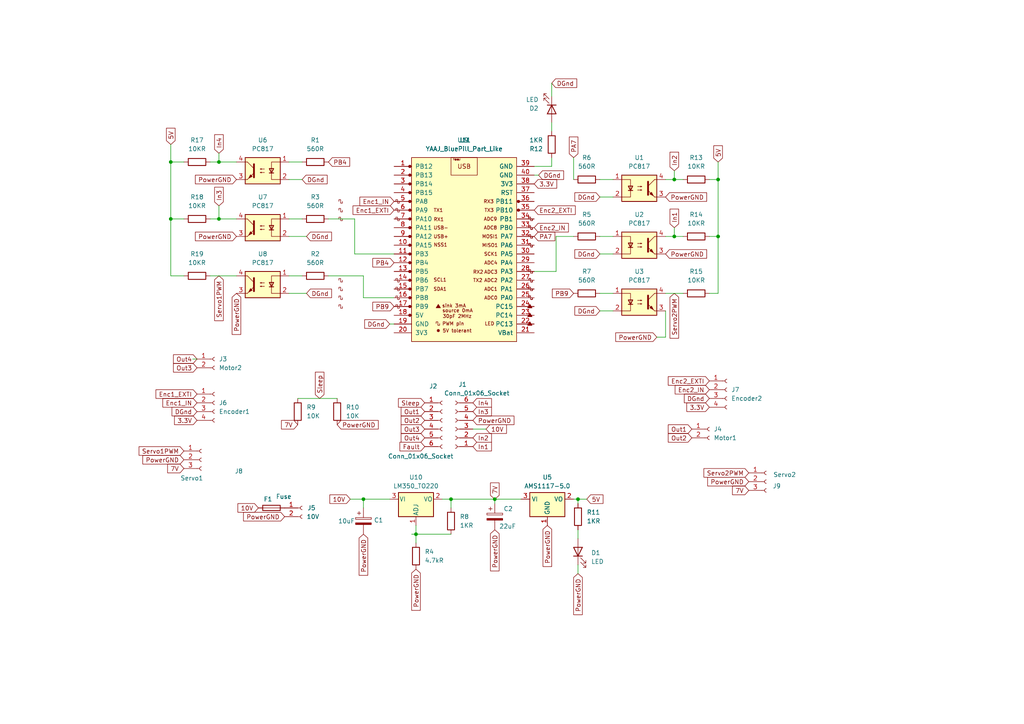
<source format=kicad_sch>
(kicad_sch (version 20250114) (generator "eeschema") (generator_version "9.0")
  (paper "A4")
  (lib_symbols
    (symbol "Conn_01x06_Socket_1" (pin_names (offset 1.016) (hide yes))
      (property "Reference" "J2" (at -8.636 -7.62 0))
      (property "Value" "Conn_01x06_Socket" (at -15.748 -10.414 0))
      (symbol "Conn_01x06_Socket_1_1_1"
        (pin passive line (at -5.08 5.08 0) (length 3.81) (name "Sleep") (number "1"))
        (pin passive line (at -5.08 2.54 0) (length 3.81) (name "Out1") (number "2"))
        (pin passive line (at -5.08 0 0) (length 3.81) (name "Out2") (number "3"))
        (pin passive line (at -5.08 -2.54 0) (length 3.81) (name "Out3") (number "4"))
        (pin passive line (at -5.08 -5.08 0) (length 3.81) (name "Out4") (number "5"))
        (pin passive line (at -5.08 -7.62 0) (length 3.81) (name "Fault") (number "6"))
      )
    )
    (symbol "Connector:Conn_01x02_Socket" (pin_names (offset 1.016) (hide yes))
      (property "Reference" "J" (at 0 2.54 0))
      (property "Value" "Conn_01x02_Socket" (at 0 -5.08 0))
      (symbol "Conn_01x02_Socket_1_1"
        (pin passive line (at -5.08 0 0) (length 3.81) (name "Pin_1") (number "1"))
        (pin passive line (at -5.08 -2.54 0) (length 3.81) (name "Pin_2") (number "2"))
      )
    )
    (symbol "Connector:Conn_01x03_Socket" (pin_names (offset 1.016) (hide yes))
      (property "Reference" "J" (at 0 5.08 0))
      (property "Value" "Conn_01x03_Socket" (at 0 -5.08 0))
      (symbol "Conn_01x03_Socket_1_1"
        (pin passive line (at -5.08 2.54 0) (length 3.81) (name "Pin_1") (number "1"))
        (pin passive line (at -5.08 0 0) (length 3.81) (name "Pin_2") (number "2"))
        (pin passive line (at -5.08 -2.54 0) (length 3.81) (name "Pin_3") (number "3"))
      )
    )
    (symbol "Connector:Conn_01x04_Socket" (pin_names (offset 1.016) (hide yes))
      (property "Reference" "J" (at 0 5.08 0))
      (property "Value" "Conn_01x04_Socket" (at 0 -7.62 0))
      (symbol "Conn_01x04_Socket_1_1"
        (pin passive line (at -5.08 2.54 0) (length 3.81) (name "Pin_1") (number "1"))
        (pin passive line (at -5.08 0 0) (length 3.81) (name "Pin_2") (number "2"))
        (pin passive line (at -5.08 -2.54 0) (length 3.81) (name "Pin_3") (number "3"))
        (pin passive line (at -5.08 -5.08 0) (length 3.81) (name "Pin_4") (number "4"))
      )
    )
    (symbol "Connector:Conn_01x06_Socket" (pin_names (offset 1.016) (hide yes))
      (property "Reference" "J1" (at -8.636 -7.62 0))
      (property "Value" "Conn_01x06_Socket" (at -15.748 -10.414 0))
      (symbol "Conn_01x06_Socket_1_1"
        (pin passive line (at -5.08 5.08 0) (length 3.81) (name "In4") (number "1"))
        (pin passive line (at -5.08 2.54 0) (length 3.81) (name "In3") (number "2"))
        (pin passive line (at -5.08 0 0) (length 3.81) (name "MotorGND") (number "3"))
        (pin passive line (at -5.08 -2.54 0) (length 3.81) (name "MotorVCC") (number "4"))
        (pin passive line (at -5.08 -5.08 0) (length 3.81) (name "In2") (number "5"))
        (pin passive line (at -5.08 -7.62 0) (length 3.81) (name "In1") (number "6"))
      )
    )
    (symbol "Device:C_Polarized" (pin_numbers (hide yes)) (pin_names (offset 0.254))
      (property "Reference" "C" (at 0.635 2.54 0))
      (property "Value" "C_Polarized" (at 0.635 -2.54 0))
      (symbol "C_Polarized_1_1"
        (pin passive line (at 0 3.81 270) (length 2.794) (name "~") (number "1"))
        (pin passive line (at 0 -3.81 90) (length 2.794) (name "~") (number "2"))
      )
    )
    (symbol "Device:Fuse" (pin_numbers (hide yes)) (pin_names (offset 0))
      (property "Reference" "F" (at 2.032 0 90))
      (property "Value" "Fuse" (at -1.905 0 90))
      (symbol "Fuse_1_1"
        (pin passive line (at 0 3.81 270) (length 1.27) (name "~") (number "1"))
        (pin passive line (at 0 -3.81 90) (length 1.27) (name "~") (number "2"))
      )
    )
    (symbol "Device:LED" (pin_numbers (hide yes)) (pin_names (offset 1.016) (hide yes))
      (property "Reference" "D" (at 0 2.54 0))
      (property "Value" "LED" (at 0 -2.54 0))
      (symbol "LED_1_1"
        (pin passive line (at -3.81 0 0) (length 2.54) (name "K") (number "1"))
        (pin passive line (at 3.81 0 180) (length 2.54) (name "A") (number "2"))
      )
    )
    (symbol "Device:R" (pin_numbers (hide yes)) (pin_names (offset 0))
      (property "Reference" "R" (at 2.032 0 90))
      (property "Value" "R" (at 0 0 90))
      (symbol "R_1_1"
        (pin passive line (at 0 3.81 270) (length 1.27) (name "~") (number "1"))
        (pin passive line (at 0 -3.81 90) (length 1.27) (name "~") (number "2"))
      )
    )
    (symbol "Isolator:PC817" (pin_names (offset 1.016))
      (property "Reference" "U" (at -5.08 5.08 0))
      (property "Value" "PC817" (at 0 5.08 0))
      (symbol "PC817_1_1"
        (pin passive line (at -7.62 2.54 0) (length 2.54) (name "~") (number "1"))
        (pin passive line (at -7.62 -2.54 0) (length 2.54) (name "~") (number "2"))
        (pin passive line (at 7.62 2.54 180) (length 2.54) (name "~") (number "4"))
        (pin passive line (at 7.62 -2.54 180) (length 2.54) (name "~") (number "3"))
      )
    )
    (symbol "Regulator_Linear:AMS1117-5.0"
      (property "Reference" "U" (at -3.81 3.175 0))
      (property "Value" "AMS1117-5.0" (at 0 3.175 0))
      (symbol "AMS1117-5.0_1_1"
        (pin power_in line (at -7.62 0 0) (length 2.54) (name "VI") (number "3"))
        (pin power_in line (at 0 -7.62 90) (length 2.54) (name "GND") (number "1"))
        (pin power_out line (at 7.62 0 180) (length 2.54) (name "VO") (number "2"))
      )
    )
    (symbol "Regulator_Linear:LM350_TO220" (pin_names (offset 0.254))
      (property "Reference" "U" (at -3.81 3.175 0))
      (property "Value" "LM350_TO220" (at 0 3.175 0))
      (symbol "LM350_TO220_1_1"
        (pin power_in line (at -7.62 0 0) (length 2.54) (name "VI") (number "3"))
        (pin input line (at 0 -7.62 90) (length 2.54) (name "ADJ") (number "1"))
        (pin power_out line (at 7.62 0 180) (length 2.54) (name "VO") (number "2"))
      )
    )
    (symbol "YAAJ_BluePill_Part_Like:YAAJ_BluePill_Part_Like" (pin_names (offset 1.016))
      (property "Reference" "U9" (at 0 30.48 0))
      (property "Value" "YAAJ_BluePill_Part_Like" (at 0 27.94 0))
      (symbol "YAAJ_BluePill_Part_Like_0_0"
        (text "TX1" (at -7.493 10.16 0) (effects (font (size 0.9906 0.9906))))
        (text "RX1" (at -7.366 7.493 0) (effects (font (size 0.9906 0.9906))))
        (text "SCL1" (at -6.985 -10.033 0) (effects (font (size 0.9906 0.9906))))
        (text "SDA1" (at -6.985 -12.7 0) (effects (font (size 0.9906 0.9906))))
        (text "NSS1" (at -6.858 0.127 0) (effects (font (size 0.9906 0.9906))))
        (text "USB-" (at -6.731 5.08 0) (effects (font (size 0.9906 0.9906))))
        (text "USB+" (at -6.731 2.54 0) (effects (font (size 0.9906 0.9906))))
        (text "PWM pin" (at -3.175 -22.733 0) (effects (font (size 0.9906 0.9906))))
        (text "sink 3mA" (at -2.921 -17.526 0) (effects (font (size 0.9906 0.9906))))
        (text "Y@@J" (at -2.159 24.892 0) (effects (font (size 0.508 0.508))))
        (text "30pF 2MHz" (at -2.032 -20.574 0) (effects (font (size 0.9906 0.9906))))
        (text "5V tolerant" (at -2.032 -24.765 0) (effects (font (size 0.9906 0.9906))))
        (text "source 0mA" (at -1.905 -18.923 0) (effects (font (size 0.9906 0.9906))))
        (text "USB" (at 0 22.86 0) (effects (font (size 1.27 1.27))))
        (text "TX2" (at 3.937 -10.16 0) (effects (font (size 0.9906 0.9906))))
        (text "RX2" (at 4.064 -7.747 0) (effects (font (size 0.9906 0.9906))))
        (text "RX3" (at 7.112 12.7 0) (effects (font (size 0.9906 0.9906))))
        (text "TX3" (at 7.239 10.16 0) (effects (font (size 0.9906 0.9906))))
        (text "LED" (at 7.366 -22.733 0) (effects (font (size 0.9906 0.9906))))
        (text "MOSI1" (at 7.493 2.54 0) (effects (font (size 0.9906 0.9906))))
        (text "MISO1" (at 7.493 0 0) (effects (font (size 0.9906 0.9906))))
        (text "ADC9" (at 7.62 7.62 0) (effects (font (size 0.9906 0.9906))))
        (text "ADC8" (at 7.62 5.08 0) (effects (font (size 0.9906 0.9906))))
        (text "SCK1" (at 7.747 -2.54 0) (effects (font (size 0.9906 0.9906))))
        (text "ADC4" (at 7.747 -5.08 0) (effects (font (size 0.9906 0.9906))))
        (text "ADC3" (at 7.747 -7.747 0) (effects (font (size 0.9906 0.9906))))
        (text "ADC2" (at 7.747 -10.16 0) (effects (font (size 0.9906 0.9906))))
        (text "ADC1" (at 7.747 -12.7 0) (effects (font (size 0.9906 0.9906))))
        (text "ADC0" (at 7.747 -15.24 0) (effects (font (size 0.9906 0.9906))))
      )
      (symbol "YAAJ_BluePill_Part_Like_1_1"
        (pin bidirectional line (at -20.32 22.86 0) (length 5.08) (name "PB12") (number "1"))
        (pin bidirectional line (at -20.32 20.32 0) (length 5.08) (name "PB13") (number "2"))
        (pin bidirectional line (at -20.32 17.78 0) (length 5.08) (name "PB14") (number "3"))
        (pin bidirectional line (at -20.32 15.24 0) (length 5.08) (name "PB15") (number "4"))
        (pin bidirectional line (at -20.32 12.7 0) (length 5.08) (name "PA8") (number "5"))
        (pin bidirectional line (at -20.32 10.16 0) (length 5.08) (name "PA9") (number "6"))
        (pin bidirectional line (at -20.32 7.62 0) (length 5.08) (name "PA10") (number "7"))
        (pin bidirectional line (at -20.32 5.08 0) (length 5.08) (name "PA11") (number "8"))
        (pin bidirectional line (at -20.32 2.54 0) (length 5.08) (name "PA12") (number "9"))
        (pin bidirectional line (at -20.32 0 0) (length 5.08) (name "PA15") (number "10"))
        (pin bidirectional line (at -20.32 -2.54 0) (length 5.08) (name "PB3") (number "11"))
        (pin bidirectional line (at -20.32 -5.08 0) (length 5.08) (name "PB4") (number "12"))
        (pin bidirectional line (at -20.32 -7.62 0) (length 5.08) (name "PB5") (number "13"))
        (pin bidirectional line (at -20.32 -10.16 0) (length 5.08) (name "PB6") (number "14"))
        (pin bidirectional line (at -20.32 -12.7 0) (length 5.08) (name "PB7") (number "15"))
        (pin bidirectional line (at -20.32 -15.24 0) (length 5.08) (name "PB8") (number "16"))
        (pin bidirectional line (at -20.32 -17.78 0) (length 5.08) (name "PB9") (number "17"))
        (pin power_in line (at -20.32 -20.32 0) (length 5.08) (name "5V") (number "18"))
        (pin power_in line (at -20.32 -22.86 0) (length 5.08) (name "GND") (number "19"))
        (pin power_in line (at -20.32 -25.4 0) (length 5.08) (name "3V3") (number "20"))
      )
    )
    (symbol "YAAJ_BluePill_Part_Like_1" (pin_names (offset 1.016))
      (property "Reference" "U11" (at 0 30.48 0))
      (property "Value" "YAAJ_BluePill_Part_Like" (at 0 27.94 0))
      (symbol "YAAJ_BluePill_Part_Like_1_0_0"
        (text "TX1" (at -7.493 10.16 0) (effects (font (size 0.9906 0.9906))))
        (text "RX1" (at -7.366 7.493 0) (effects (font (size 0.9906 0.9906))))
        (text "SCL1" (at -6.985 -10.033 0) (effects (font (size 0.9906 0.9906))))
        (text "SDA1" (at -6.985 -12.7 0) (effects (font (size 0.9906 0.9906))))
        (text "NSS1" (at -6.858 0.127 0) (effects (font (size 0.9906 0.9906))))
        (text "USB-" (at -6.731 5.08 0) (effects (font (size 0.9906 0.9906))))
        (text "USB+" (at -6.731 2.54 0) (effects (font (size 0.9906 0.9906))))
        (text "PWM pin" (at -3.175 -22.733 0) (effects (font (size 0.9906 0.9906))))
        (text "sink 3mA" (at -2.921 -17.526 0) (effects (font (size 0.9906 0.9906))))
        (text "Y@@J" (at -2.159 24.892 0) (effects (font (size 0.508 0.508))))
        (text "30pF 2MHz" (at -2.032 -20.574 0) (effects (font (size 0.9906 0.9906))))
        (text "5V tolerant" (at -2.032 -24.765 0) (effects (font (size 0.9906 0.9906))))
        (text "source 0mA" (at -1.905 -18.923 0) (effects (font (size 0.9906 0.9906))))
        (text "USB" (at 0 22.86 0) (effects (font (size 1.27 1.27))))
        (text "TX2" (at 3.937 -10.16 0) (effects (font (size 0.9906 0.9906))))
        (text "RX2" (at 4.064 -7.747 0) (effects (font (size 0.9906 0.9906))))
        (text "RX3" (at 7.112 12.7 0) (effects (font (size 0.9906 0.9906))))
        (text "TX3" (at 7.239 10.16 0) (effects (font (size 0.9906 0.9906))))
        (text "LED" (at 7.366 -22.733 0) (effects (font (size 0.9906 0.9906))))
        (text "MOSI1" (at 7.493 2.54 0) (effects (font (size 0.9906 0.9906))))
        (text "MISO1" (at 7.493 0 0) (effects (font (size 0.9906 0.9906))))
        (text "ADC9" (at 7.62 7.62 0) (effects (font (size 0.9906 0.9906))))
        (text "ADC8" (at 7.62 5.08 0) (effects (font (size 0.9906 0.9906))))
        (text "SCK1" (at 7.747 -2.54 0) (effects (font (size 0.9906 0.9906))))
        (text "ADC4" (at 7.747 -5.08 0) (effects (font (size 0.9906 0.9906))))
        (text "ADC3" (at 7.747 -7.747 0) (effects (font (size 0.9906 0.9906))))
        (text "ADC2" (at 7.747 -10.16 0) (effects (font (size 0.9906 0.9906))))
        (text "ADC1" (at 7.747 -12.7 0) (effects (font (size 0.9906 0.9906))))
        (text "ADC0" (at 7.747 -15.24 0) (effects (font (size 0.9906 0.9906))))
      )
      (symbol "YAAJ_BluePill_Part_Like_1_1_1"
        (pin power_in line (at 20.32 22.86 180) (length 5.08) (name "GND") (number "39"))
        (pin power_in line (at 20.32 20.32 180) (length 5.08) (name "GND") (number "40"))
        (pin power_in line (at 20.32 17.78 180) (length 5.08) (name "3V3") (number "38"))
        (pin input line (at 20.32 15.24 180) (length 5.08) (name "RST") (number "37"))
        (pin bidirectional line (at 20.32 12.7 180) (length 5.08) (name "PB11") (number "36"))
        (pin bidirectional line (at 20.32 10.16 180) (length 5.08) (name "PB10") (number "35"))
        (pin bidirectional line (at 20.32 7.62 180) (length 5.08) (name "PB1") (number "34"))
        (pin bidirectional line (at 20.32 5.08 180) (length 5.08) (name "PB0") (number "33"))
        (pin bidirectional line (at 20.32 2.54 180) (length 5.08) (name "PA7") (number "32"))
        (pin bidirectional line (at 20.32 0 180) (length 5.08) (name "PA6") (number "31"))
        (pin bidirectional line (at 20.32 -2.54 180) (length 5.08) (name "PA5") (number "30"))
        (pin bidirectional line (at 20.32 -5.08 180) (length 5.08) (name "PA4") (number "29"))
        (pin bidirectional line (at 20.32 -7.62 180) (length 5.08) (name "PA3") (number "28"))
        (pin bidirectional line (at 20.32 -10.16 180) (length 5.08) (name "PA2") (number "27"))
        (pin bidirectional line (at 20.32 -12.7 180) (length 5.08) (name "PA1") (number "26"))
        (pin bidirectional line (at 20.32 -15.24 180) (length 5.08) (name "PA0") (number "25"))
        (pin bidirectional line (at 20.32 -17.78 180) (length 5.08) (name "PC15") (number "24"))
        (pin bidirectional line (at 20.32 -20.32 180) (length 5.08) (name "PC14") (number "23"))
        (pin bidirectional line (at 20.32 -22.86 180) (length 5.08) (name "PC13") (number "22"))
        (pin power_in line (at 20.32 -25.4 180) (length 5.08) (name "VBat") (number "21"))
      )
    )
  )
  (junction (at 208.28 68.58))
  (junction (at 195.58 68.58))
  (junction (at 63.5 63.5))
  (junction (at 208.28 52.07))
  (junction (at 49.53 63.5))
  (junction (at 130.81 144.78))
  (junction (at 195.58 52.07))
  (junction (at 143.51 144.78))
  (junction (at 120.65 154.94))
  (junction (at 167.64 144.78))
  (junction (at 105.41 144.78))
  (junction (at 49.53 46.99))
  (junction (at 63.5 46.99))
  (wire (pts (xy 193.04 85.09) (xy 198.12 85.09)))
  (wire (pts (xy 120.65 154.94) (xy 130.81 154.94)))
  (wire (pts (xy 83.82 85.09) (xy 88.9 85.09)))
  (wire (pts (xy 161.29 78.74) (xy 161.29 68.58)))
  (wire (pts (xy 101.6 144.78) (xy 105.41 144.78)))
  (wire (pts (xy 154.94 50.8) (xy 156.21 50.8)))
  (wire (pts (xy 161.29 68.58) (xy 166.37 68.58)))
  (wire (pts (xy 167.64 163.83) (xy 167.64 166.37)))
  (wire (pts (xy 128.27 144.78) (xy 130.81 144.78)))
  (wire (pts (xy 143.51 144.78) (xy 151.13 144.78)))
  (wire (pts (xy 173.99 85.09) (xy 177.8 85.09)))
  (wire (pts (xy 83.82 80.01) (xy 87.63 80.01)))
  (wire (pts (xy 49.53 63.5) (xy 49.53 46.99)))
  (wire (pts (xy 205.74 68.58) (xy 208.28 68.58)))
  (wire (pts (xy 120.65 154.94) (xy 120.65 157.48)))
  (wire (pts (xy 173.99 68.58) (xy 177.8 68.58)))
  (wire (pts (xy 193.04 52.07) (xy 195.58 52.07)))
  (wire (pts (xy 86.36 115.57) (xy 97.79 115.57)))
  (wire (pts (xy 143.51 144.78) (xy 143.51 146.05)))
  (wire (pts (xy 130.81 144.78) (xy 143.51 144.78)))
  (wire (pts (xy 160.02 48.26) (xy 160.02 45.72)))
  (wire (pts (xy 63.5 63.5) (xy 60.96 63.5)))
  (wire (pts (xy 195.58 49.53) (xy 195.58 52.07)))
  (wire (pts (xy 60.96 80.01) (xy 68.58 80.01)))
  (wire (pts (xy 105.41 144.78) (xy 105.41 147.32)))
  (wire (pts (xy 113.03 93.98) (xy 114.3 93.98)))
  (wire (pts (xy 208.28 52.07) (xy 205.74 52.07)))
  (wire (pts (xy 195.58 66.04) (xy 195.58 68.58)))
  (wire (pts (xy 195.58 52.07) (xy 198.12 52.07)))
  (wire (pts (xy 63.5 44.45) (xy 63.5 46.99)))
  (wire (pts (xy 57.15 104.14) (xy 55.88 104.14)))
  (wire (pts (xy 208.28 85.09) (xy 208.28 68.58)))
  (wire (pts (xy 208.28 46.99) (xy 208.28 52.07)))
  (wire (pts (xy 63.5 46.99) (xy 60.96 46.99)))
  (wire (pts (xy 154.94 48.26) (xy 160.02 48.26)))
  (wire (pts (xy 105.41 86.36) (xy 105.41 80.01)))
  (wire (pts (xy 102.87 63.5) (xy 95.25 63.5)))
  (wire (pts (xy 173.99 73.66) (xy 177.8 73.66)))
  (wire (pts (xy 195.58 68.58) (xy 198.12 68.58)))
  (wire (pts (xy 49.53 46.99) (xy 53.34 46.99)))
  (wire (pts (xy 49.53 41.91) (xy 49.53 46.99)))
  (wire (pts (xy 173.99 57.15) (xy 177.8 57.15)))
  (wire (pts (xy 154.94 78.74) (xy 161.29 78.74)))
  (wire (pts (xy 190.5 97.79) (xy 193.04 97.79)))
  (wire (pts (xy 83.82 46.99) (xy 87.63 46.99)))
  (wire (pts (xy 193.04 68.58) (xy 195.58 68.58)))
  (wire (pts (xy 63.5 59.69) (xy 63.5 63.5)))
  (wire (pts (xy 105.41 144.78) (xy 113.03 144.78)))
  (wire (pts (xy 114.3 73.66) (xy 102.87 73.66)))
  (wire (pts (xy 83.82 52.07) (xy 87.63 52.07)))
  (wire (pts (xy 130.81 144.78) (xy 130.81 147.32)))
  (wire (pts (xy 63.5 63.5) (xy 68.58 63.5)))
  (wire (pts (xy 53.34 80.01) (xy 49.53 80.01)))
  (wire (pts (xy 53.34 63.5) (xy 49.53 63.5)))
  (wire (pts (xy 173.99 52.07) (xy 177.8 52.07)))
  (wire (pts (xy 167.64 153.67) (xy 167.64 156.21)))
  (wire (pts (xy 105.41 80.01) (xy 95.25 80.01)))
  (wire (pts (xy 166.37 45.72) (xy 166.37 52.07)))
  (wire (pts (xy 49.53 80.01) (xy 49.53 63.5)))
  (wire (pts (xy 205.74 85.09) (xy 208.28 85.09)))
  (wire (pts (xy 119.38 154.94) (xy 120.65 154.94)))
  (wire (pts (xy 173.99 90.17) (xy 177.8 90.17)))
  (wire (pts (xy 193.04 90.17) (xy 193.04 97.79)))
  (wire (pts (xy 83.82 63.5) (xy 87.63 63.5)))
  (wire (pts (xy 137.16 124.46) (xy 140.97 124.46)))
  (wire (pts (xy 160.02 38.1) (xy 160.02 35.56)))
  (wire (pts (xy 166.37 144.78) (xy 167.64 144.78)))
  (wire (pts (xy 102.87 73.66) (xy 102.87 63.5)))
  (wire (pts (xy 167.64 144.78) (xy 167.64 146.05)))
  (wire (pts (xy 83.82 68.58) (xy 88.9 68.58)))
  (wire (pts (xy 167.64 144.78) (xy 170.18 144.78)))
  (wire (pts (xy 114.3 86.36) (xy 105.41 86.36)))
  (wire (pts (xy 160.02 24.13) (xy 160.02 27.94)))
  (wire (pts (xy 63.5 46.99) (xy 68.58 46.99)))
  (wire (pts (xy 120.65 152.4) (xy 120.65 154.94)))
  (wire (pts (xy 208.28 68.58) (xy 208.28 52.07)))
  (global_label "10V" (shape input) (at 140.97 124.46 0) (property "Intersheetrefs" "${INTERSHEET_REFS}" (effects (hide yes))))
  (global_label "Servo2PWM" (shape input) (at 195.58 85.09 270) (property "Intersheetrefs" "${INTERSHEET_REFS}" (effects (hide yes))))
  (global_label "PowerGND" (shape input) (at 68.58 85.09 270) (property "Intersheetrefs" "${INTERSHEET_REFS}" (effects (hide yes))))
  (global_label "5V" (shape input) (at 208.28 46.99 90) (property "Intersheetrefs" "${INTERSHEET_REFS}" (effects (hide yes))))
  (global_label "PB9" (shape input) (at 166.37 85.09 180) (property "Intersheetrefs" "${INTERSHEET_REFS}" (effects (hide yes))))
  (global_label "PowerGND" (shape input) (at 97.79 123.19 0) (property "Intersheetrefs" "${INTERSHEET_REFS}" (effects (hide yes))))
  (global_label "PA7" (shape input) (at 166.37 45.72 90) (property "Intersheetrefs" "${INTERSHEET_REFS}" (effects (hide yes))))
  (global_label "PB9" (shape input) (at 114.3 88.9 180) (property "Intersheetrefs" "${INTERSHEET_REFS}" (effects (hide yes))))
  (global_label "In4" (shape input) (at 63.5 44.45 90) (property "Intersheetrefs" "${INTERSHEET_REFS}" (effects (hide yes))))
  (global_label "DGnd" (shape input) (at 205.74 115.57 180) (property "Intersheetrefs" "${INTERSHEET_REFS}" (effects (hide yes))))
  (global_label "Fault" (shape input) (at 123.19 129.54 180) (property "Intersheetrefs" "${INTERSHEET_REFS}" (effects (hide yes))))
  (global_label "DGnd" (shape input) (at 57.15 119.38 180) (property "Intersheetrefs" "${INTERSHEET_REFS}" (effects (hide yes))))
  (global_label "DGnd" (shape input) (at 173.99 73.66 180) (property "Intersheetrefs" "${INTERSHEET_REFS}" (effects (hide yes))))
  (global_label "In3" (shape input) (at 137.16 119.38 0) (property "Intersheetrefs" "${INTERSHEET_REFS}" (effects (hide yes))))
  (global_label "DGnd" (shape input) (at 88.9 85.09 0) (property "Intersheetrefs" "${INTERSHEET_REFS}" (effects (hide yes))))
  (global_label "7V" (shape input) (at 86.36 123.19 180) (property "Intersheetrefs" "${INTERSHEET_REFS}" (effects (hide yes))))
  (global_label "PowerGND" (shape input) (at 53.34 133.35 180) (property "Intersheetrefs" "${INTERSHEET_REFS}" (effects (hide yes))))
  (global_label "PowerGND" (shape input) (at 143.51 153.67 270) (property "Intersheetrefs" "${INTERSHEET_REFS}" (effects (hide yes))))
  (global_label "3.3V" (shape input) (at 154.94 53.34 0) (property "Intersheetrefs" "${INTERSHEET_REFS}" (effects (hide yes))))
  (global_label "PowerGND" (shape input) (at 120.65 165.1 270) (property "Intersheetrefs" "${INTERSHEET_REFS}" (effects (hide yes))))
  (global_label "Out2" (shape input) (at 200.66 127 180) (property "Intersheetrefs" "${INTERSHEET_REFS}" (effects (hide yes))))
  (global_label "PB4" (shape input) (at 95.25 46.99 0) (property "Intersheetrefs" "${INTERSHEET_REFS}" (effects (hide yes))))
  (global_label "PowerGND" (shape input) (at 137.16 121.92 0) (property "Intersheetrefs" "${INTERSHEET_REFS}" (effects (hide yes))))
  (global_label "In2" (shape input) (at 195.58 49.53 90) (property "Intersheetrefs" "${INTERSHEET_REFS}" (effects (hide yes))))
  (global_label "Servo1PWM" (shape input) (at 53.34 130.81 180) (property "Intersheetrefs" "${INTERSHEET_REFS}" (effects (hide yes))))
  (global_label "In1" (shape input) (at 195.58 66.04 90) (property "Intersheetrefs" "${INTERSHEET_REFS}" (effects (hide yes))))
  (global_label "Enc2_IN" (shape input) (at 205.74 113.03 180) (property "Intersheetrefs" "${INTERSHEET_REFS}" (effects (hide yes))))
  (global_label "7V" (shape input) (at 53.34 135.89 180) (property "Intersheetrefs" "${INTERSHEET_REFS}" (effects (hide yes))))
  (global_label "3.3V" (shape input) (at 57.15 121.92 180) (property "Intersheetrefs" "${INTERSHEET_REFS}" (effects (hide yes))))
  (global_label "Enc1_EXTI" (shape input) (at 114.3 60.96 180) (property "Intersheetrefs" "${INTERSHEET_REFS}" (effects (hide yes))))
  (global_label "PowerGND" (shape input) (at 82.55 149.86 180) (property "Intersheetrefs" "${INTERSHEET_REFS}" (effects (hide yes))))
  (global_label "Servo2PWM" (shape input) (at 217.17 137.16 180) (property "Intersheetrefs" "${INTERSHEET_REFS}" (effects (hide yes))))
  (global_label "Out4" (shape input) (at 123.19 127 180) (property "Intersheetrefs" "${INTERSHEET_REFS}" (effects (hide yes))))
  (global_label "Enc1_EXTI" (shape input) (at 57.15 114.3 180) (property "Intersheetrefs" "${INTERSHEET_REFS}" (effects (hide yes))))
  (global_label "PowerGND" (shape input) (at 193.04 73.66 0) (property "Intersheetrefs" "${INTERSHEET_REFS}" (effects (hide yes))))
  (global_label "Servo1PWM" (shape input) (at 63.5 80.01 270) (property "Intersheetrefs" "${INTERSHEET_REFS}" (effects (hide yes))))
  (global_label "Sleep" (shape input) (at 123.19 116.84 180) (property "Intersheetrefs" "${INTERSHEET_REFS}" (effects (hide yes))))
  (global_label "Enc1_IN" (shape input) (at 114.3 58.42 180) (property "Intersheetrefs" "${INTERSHEET_REFS}" (effects (hide yes))))
  (global_label "PA7" (shape input) (at 154.94 68.58 0) (property "Intersheetrefs" "${INTERSHEET_REFS}" (effects (hide yes))))
  (global_label "Out1" (shape input) (at 123.19 119.38 180) (property "Intersheetrefs" "${INTERSHEET_REFS}" (effects (hide yes))))
  (global_label "PowerGND" (shape input) (at 193.04 57.15 0) (property "Intersheetrefs" "${INTERSHEET_REFS}" (effects (hide yes))))
  (global_label "In3" (shape input) (at 63.5 59.69 90) (property "Intersheetrefs" "${INTERSHEET_REFS}" (effects (hide yes))))
  (global_label "Enc2_EXTI" (shape input) (at 205.74 110.49 180) (property "Intersheetrefs" "${INTERSHEET_REFS}" (effects (hide yes))))
  (global_label "5V" (shape input) (at 49.53 41.91 90) (property "Intersheetrefs" "${INTERSHEET_REFS}" (effects (hide yes))))
  (global_label "PowerGND" (shape input) (at 105.41 154.94 270) (property "Intersheetrefs" "${INTERSHEET_REFS}" (effects (hide yes))))
  (global_label "PowerGND" (shape input) (at 68.58 52.07 180) (property "Intersheetrefs" "${INTERSHEET_REFS}" (effects (hide yes))))
  (global_label "PowerGND" (shape input) (at 190.5 97.79 180) (property "Intersheetrefs" "${INTERSHEET_REFS}" (effects (hide yes))))
  (global_label "PowerGND" (shape input) (at 158.75 152.4 270) (property "Intersheetrefs" "${INTERSHEET_REFS}" (effects (hide yes))))
  (global_label "Enc1_IN" (shape input) (at 57.15 116.84 180) (property "Intersheetrefs" "${INTERSHEET_REFS}" (effects (hide yes))))
  (global_label "Enc2_EXTI" (shape input) (at 154.94 60.96 0) (property "Intersheetrefs" "${INTERSHEET_REFS}" (effects (hide yes))))
  (global_label "DGnd" (shape input) (at 156.21 50.8 0) (property "Intersheetrefs" "${INTERSHEET_REFS}" (effects (hide yes))))
  (global_label "Enc2_IN" (shape input) (at 154.94 66.04 0) (property "Intersheetrefs" "${INTERSHEET_REFS}" (effects (hide yes))))
  (global_label "10V" (shape input) (at 74.93 147.32 180) (property "Intersheetrefs" "${INTERSHEET_REFS}" (effects (hide yes))))
  (global_label "Out2" (shape input) (at 123.19 121.92 180) (property "Intersheetrefs" "${INTERSHEET_REFS}" (effects (hide yes))))
  (global_label "DGnd" (shape input) (at 173.99 90.17 180) (property "Intersheetrefs" "${INTERSHEET_REFS}" (effects (hide yes))))
  (global_label "DGnd" (shape input) (at 88.9 68.58 0) (property "Intersheetrefs" "${INTERSHEET_REFS}" (effects (hide yes))))
  (global_label "DGnd" (shape input) (at 87.63 52.07 0) (property "Intersheetrefs" "${INTERSHEET_REFS}" (effects (hide yes))))
  (global_label "5V" (shape input) (at 170.18 144.78 0) (property "Intersheetrefs" "${INTERSHEET_REFS}" (effects (hide yes))))
  (global_label "DGnd" (shape input) (at 113.03 93.98 180) (property "Intersheetrefs" "${INTERSHEET_REFS}" (effects (hide yes))))
  (global_label "3.3V" (shape input) (at 205.74 118.11 180) (property "Intersheetrefs" "${INTERSHEET_REFS}" (effects (hide yes))))
  (global_label "Out3" (shape input) (at 123.19 124.46 180) (property "Intersheetrefs" "${INTERSHEET_REFS}" (effects (hide yes))))
  (global_label "7V" (shape input) (at 143.51 144.78 90) (property "Intersheetrefs" "${INTERSHEET_REFS}" (effects (hide yes))))
  (global_label "Out4" (shape input) (at 57.15 104.14 180) (property "Intersheetrefs" "${INTERSHEET_REFS}" (effects (hide yes))))
  (global_label "In2" (shape input) (at 137.16 127 0) (property "Intersheetrefs" "${INTERSHEET_REFS}" (effects (hide yes))))
  (global_label "PowerGND" (shape input) (at 68.58 68.58 180) (property "Intersheetrefs" "${INTERSHEET_REFS}" (effects (hide yes))))
  (global_label "Out3" (shape input) (at 57.15 106.68 180) (property "Intersheetrefs" "${INTERSHEET_REFS}" (effects (hide yes))))
  (global_label "In4" (shape input) (at 137.16 116.84 0) (property "Intersheetrefs" "${INTERSHEET_REFS}" (effects (hide yes))))
  (global_label "In1" (shape input) (at 137.16 129.54 0) (property "Intersheetrefs" "${INTERSHEET_REFS}" (effects (hide yes))))
  (global_label "PowerGND" (shape input) (at 217.17 139.7 180) (property "Intersheetrefs" "${INTERSHEET_REFS}" (effects (hide yes))))
  (global_label "Sleep" (shape input) (at 92.71 115.57 90) (property "Intersheetrefs" "${INTERSHEET_REFS}" (effects (hide yes))))
  (global_label "10V" (shape input) (at 101.6 144.78 180) (property "Intersheetrefs" "${INTERSHEET_REFS}" (effects (hide yes))))
  (global_label "PowerGND" (shape input) (at 167.64 166.37 270) (property "Intersheetrefs" "${INTERSHEET_REFS}" (effects (hide yes))))
  (global_label "Out1" (shape input) (at 200.66 124.46 180) (property "Intersheetrefs" "${INTERSHEET_REFS}" (effects (hide yes))))
  (global_label "DGnd" (shape input) (at 173.99 57.15 180) (property "Intersheetrefs" "${INTERSHEET_REFS}" (effects (hide yes))))
  (global_label "PB4" (shape input) (at 114.3 76.2 180) (property "Intersheetrefs" "${INTERSHEET_REFS}" (effects (hide yes))))
  (global_label "7V" (shape input) (at 217.17 142.24 180) (property "Intersheetrefs" "${INTERSHEET_REFS}" (effects (hide yes))))
  (global_label "DGnd" (shape input) (at 160.02 24.13 0) (property "Intersheetrefs" "${INTERSHEET_REFS}" (effects (hide yes))))
  (symbol (lib_id "Device:R") (at 201.93 85.09 90) (unit 1)
    (property "Reference" "R15" (at 201.93 78.74 90))
    (property "Value" "10KR" (at 201.93 81.28 90))
    (property "Footprint" "Resistor_SMD:R_1206_3216Metric" (effects (hide yes)))
    (property "Description" "Resistor" (effects (hide yes)))
  )
  (symbol (lib_id "Device:R") (at 170.18 68.58 90) (unit 1)
    (property "Reference" "R5" (at 170.18 62.23 90))
    (property "Value" "560R" (at 170.18 64.77 90))
    (property "Footprint" "Resistor_SMD:R_1206_3216Metric" (effects (hide yes)))
    (property "Description" "Resistor" (effects (hide yes)))
  )
  (symbol (lib_name "Conn_01x06_Socket_1") (lib_id "Connector:Conn_01x06_Socket") (at 128.27 121.92 0) (unit 1)
    (property "Reference" "J2" (at 124.46 112.014 0) (effects (justify left)))
    (property "Value" "Conn_01x06_Socket" (at 112.522 132.334 0) (effects (justify left)))
    (property "Footprint" "Connector_PinSocket_2.54mm:PinSocket_1x06_P2.54mm_Vertical" (effects (hide yes)))
    (property "Description" "Generic connector, single row, 01x06, script generated" (effects (hide yes)))
  )
  (symbol (lib_id "Regulator_Linear:LM350_TO220") (at 120.65 144.78 0) (unit 1)
    (property "Reference" "U10" (at 120.65 138.43 0))
    (property "Value" "LM350_TO220" (at 120.65 140.97 0))
    (property "Footprint" "Package_TO_SOT_THT:TO-220-3_Vertical" (effects (hide yes)))
    (property "Datasheet" "https://www.onsemi.com/pub/Collateral/LM350-D.pdf" (effects (hide yes)))
    (property "Description" "3A 33V Adjustable Linear Regulator, TO-220" (effects (hide yes)))
  )
  (symbol (lib_id "Device:C_Polarized") (at 143.51 149.86 0) (unit 1)
    (property "Reference" "C2" (at 146.05 147.574 0) (effects (justify left)))
    (property "Value" "22uF" (at 144.78 152.654 0) (effects (justify left)))
    (property "Footprint" "Capacitor_SMD:C_1206_3216Metric" (effects (hide yes)))
    (property "Description" "Polarized capacitor" (effects (hide yes)))
  )
  (symbol (lib_id "Device:R") (at 170.18 52.07 90) (unit 1)
    (property "Reference" "R6" (at 170.18 45.72 90))
    (property "Value" "560R" (at 170.18 48.26 90))
    (property "Footprint" "Resistor_SMD:R_1206_3216Metric" (effects (hide yes)))
    (property "Description" "Resistor" (effects (hide yes)))
  )
  (symbol (lib_id "Device:R") (at 91.44 46.99 90) (unit 1)
    (property "Reference" "R1" (at 91.44 40.64 90))
    (property "Value" "560R" (at 91.44 43.18 90))
    (property "Footprint" "Resistor_SMD:R_1206_3216Metric" (effects (hide yes)))
    (property "Description" "Resistor" (effects (hide yes)))
  )
  (symbol (lib_id "Device:R") (at 201.93 52.07 90) (unit 1)
    (property "Reference" "R13" (at 201.93 45.72 90))
    (property "Value" "10KR" (at 201.93 48.26 90))
    (property "Footprint" "Resistor_SMD:R_1206_3216Metric" (effects (hide yes)))
    (property "Description" "Resistor" (effects (hide yes)))
  )
  (symbol (lib_id "Device:R") (at 57.15 46.99 270) (mirror x) (unit 1)
    (property "Reference" "R17" (at 57.15 40.64 90))
    (property "Value" "10KR" (at 57.15 43.18 90))
    (property "Footprint" "Resistor_SMD:R_1206_3216Metric" (effects (hide yes)))
    (property "Description" "Resistor" (effects (hide yes)))
  )
  (symbol (lib_id "Connector:Conn_01x02_Socket") (at 62.23 104.14 0) (unit 1)
    (property "Reference" "J3" (at 63.5 104.1399 0) (effects (justify left)))
    (property "Value" "Motor2" (at 63.5 106.6799 0) (effects (justify left)))
    (property "Footprint" "Connector_Phoenix_MSTB:PhoenixContact_MSTBA_2,5_2-G-5,08_1x02_P5.08mm_Horizontal" (effects (hide yes)))
    (property "Description" "Generic connector, single row, 01x02, script generated" (effects (hide yes)))
  )
  (symbol (lib_id "Isolator:PC817") (at 76.2 49.53 0) (mirror y) (unit 1)
    (property "Reference" "U6" (at 76.2 40.64 0))
    (property "Value" "PC817" (at 76.2 43.18 0))
    (property "Footprint" "Package_DIP:DIP-4_W7.62mm" (effects (hide yes)))
    (property "Datasheet" "http://www.soselectronic.cz/a_info/resource/d/pc817.pdf" (effects (hide yes)))
    (property "Description" "DC Optocoupler, Vce 35V, CTR 50-300%, DIP-4" (effects (hide yes)))
  )
  (symbol (lib_id "Connector:Conn_01x06_Socket") (at 132.08 124.46 180) (unit 1)
    (property "Reference" "J1" (at 135.382 111.506 0) (effects (justify left)))
    (property "Value" "Conn_01x06_Socket" (at 147.828 114.046 0) (effects (justify left)))
    (property "Footprint" "Connector_PinSocket_2.54mm:PinSocket_1x06_P2.54mm_Vertical" (effects (hide yes)))
    (property "Description" "Generic connector, single row, 01x06, script generated" (effects (hide yes)))
  )
  (symbol (lib_id "Device:R") (at 167.64 149.86 0) (mirror y) (unit 1)
    (property "Reference" "R11" (at 170.18 148.5899 0) (effects (justify right)))
    (property "Value" "1KR" (at 170.18 151.1299 0) (effects (justify right)))
    (property "Footprint" "Resistor_SMD:R_1206_3216Metric" (effects (hide yes)))
    (property "Description" "Resistor" (effects (hide yes)))
  )
  (symbol (lib_id "Connector:Conn_01x03_Socket") (at 222.25 139.7 0) (unit 1)
    (property "Reference" "J9" (at 225.298 140.97 0))
    (property "Value" "Servo2" (at 227.584 137.668 0))
    (property "Footprint" "Connector_JST:JST_EH_S3B-EH_1x03_P2.50mm_Horizontal" (effects (hide yes)))
    (property "Description" "Generic connector, single row, 01x03, script generated" (effects (hide yes)))
  )
  (symbol (lib_id "Regulator_Linear:AMS1117-5.0") (at 158.75 144.78 0) (unit 1)
    (property "Reference" "U5" (at 158.75 138.43 0))
    (property "Value" "AMS1117-5.0" (at 158.75 140.97 0))
    (property "Footprint" "Package_TO_SOT_SMD:SOT-223-3_TabPin2" (effects (hide yes)))
    (property "Datasheet" "http://www.advanced-monolithic.com/pdf/ds1117.pdf" (effects (hide yes)))
    (property "Description" "1A Low Dropout regulator, positive, 5.0V fixed output, SOT-223" (effects (hide yes)))
  )
  (symbol (lib_id "Device:R") (at 160.02 41.91 0) (mirror x) (unit 1)
    (property "Reference" "R12" (at 157.48 43.1801 0) (effects (justify right)))
    (property "Value" "1KR" (at 157.48 40.6401 0) (effects (justify right)))
    (property "Footprint" "Resistor_SMD:R_1206_3216Metric" (effects (hide yes)))
    (property "Description" "Resistor" (effects (hide yes)))
  )
  (symbol (lib_id "Isolator:PC817") (at 185.42 71.12 0) (unit 1)
    (property "Reference" "U2" (at 185.42 62.23 0))
    (property "Value" "PC817" (at 185.42 64.77 0))
    (property "Footprint" "Package_DIP:DIP-4_W7.62mm" (effects (hide yes)))
    (property "Datasheet" "http://www.soselectronic.cz/a_info/resource/d/pc817.pdf" (effects (hide yes)))
    (property "Description" "DC Optocoupler, Vce 35V, CTR 50-300%, DIP-4" (effects (hide yes)))
  )
  (symbol (lib_id "YAAJ_BluePill_Part_Like:YAAJ_BluePill_Part_Like") (at 134.62 71.12 0) (unit 1)
    (property "Reference" "U9" (at 134.62 40.64 0))
    (property "Value" "YAAJ_BluePill_Part_Like" (at 134.62 43.18 0))
    (property "Footprint" "Connector_PinSocket_2.54mm:PinSocket_1x20_P2.54mm_Vertical" (effects (hide yes)))
    (property "Description" "STM32 Blue Pill ; not KLC compliant" (effects (hide yes)))
  )
  (symbol (lib_id "Device:LED") (at 160.02 31.75 270) (unit 1)
    (property "Reference" "D2" (at 156.21 31.4326 90) (effects (justify right)))
    (property "Value" "LED" (at 156.21 28.8926 90) (effects (justify right)))
    (property "Footprint" "LED_THT:LED_D3.0mm_Clear" (effects (hide yes)))
    (property "Description" "Light emitting diode" (effects (hide yes)))
    (property "Sim.Pins" "1=K 2=A" (effects (hide yes)))
  )
  (symbol (lib_id "Connector:Conn_01x02_Socket") (at 205.74 124.46 0) (unit 1)
    (property "Reference" "J4" (at 207.01 124.4599 0) (effects (justify left)))
    (property "Value" "Motor1" (at 207.01 126.9999 0) (effects (justify left)))
    (property "Footprint" "Connector_Phoenix_MSTB:PhoenixContact_MSTBA_2,5_2-G-5,08_1x02_P5.08mm_Horizontal" (effects (hide yes)))
    (property "Description" "Generic connector, single row, 01x02, script generated" (effects (hide yes)))
  )
  (symbol (lib_id "Connector:Conn_01x03_Socket") (at 58.42 133.35 0) (unit 1)
    (property "Reference" "J8" (at 68.072 136.652 0) (effects (justify left)))
    (property "Value" "Servo1" (at 52.324 138.684 0) (effects (justify left)))
    (property "Footprint" "Connector_JST:JST_EH_S3B-EH_1x03_P2.50mm_Horizontal" (effects (hide yes)))
    (property "Description" "Generic connector, single row, 01x03, script generated" (effects (hide yes)))
  )
  (symbol (lib_id "Device:R") (at 86.36 119.38 0) (unit 1)
    (property "Reference" "R9" (at 88.9 118.1099 0) (effects (justify left)))
    (property "Value" "10K" (at 88.9 120.6499 0) (effects (justify left)))
    (property "Footprint" "Resistor_SMD:R_1206_3216Metric" (effects (hide yes)))
    (property "Description" "Resistor" (effects (hide yes)))
  )
  (symbol (lib_id "Device:LED") (at 167.64 160.02 90) (unit 1)
    (property "Reference" "D1" (at 171.45 160.3374 90) (effects (justify right)))
    (property "Value" "LED" (at 171.45 162.8774 90) (effects (justify right)))
    (property "Footprint" "LED_THT:LED_D3.0mm_Clear" (effects (hide yes)))
    (property "Description" "Light emitting diode" (effects (hide yes)))
    (property "Sim.Pins" "1=K 2=A" (effects (hide yes)))
  )
  (symbol (lib_id "Isolator:PC817") (at 185.42 54.61 0) (unit 1)
    (property "Reference" "U1" (at 185.42 45.72 0))
    (property "Value" "PC817" (at 185.42 48.26 0))
    (property "Footprint" "Package_DIP:DIP-4_W7.62mm" (effects (hide yes)))
    (property "Datasheet" "http://www.soselectronic.cz/a_info/resource/d/pc817.pdf" (effects (hide yes)))
    (property "Description" "DC Optocoupler, Vce 35V, CTR 50-300%, DIP-4" (effects (hide yes)))
  )
  (symbol (lib_id "Device:Fuse") (at 78.74 147.32 90) (unit 1)
    (property "Reference" "F1" (at 77.724 144.78 90))
    (property "Value" "Fuse" (at 82.296 144.018 90))
    (property "Footprint" "Fuse:Fuse_1812_4532Metric" (effects (hide yes)))
    (property "Description" "Fuse" (effects (hide yes)))
  )
  (symbol (lib_id "Device:R") (at 170.18 85.09 90) (unit 1)
    (property "Reference" "R7" (at 170.18 78.74 90))
    (property "Value" "560R" (at 170.18 81.28 90))
    (property "Footprint" "Resistor_SMD:R_1206_3216Metric" (effects (hide yes)))
    (property "Description" "Resistor" (effects (hide yes)))
  )
  (symbol (lib_id "Isolator:PC817") (at 76.2 66.04 0) (mirror y) (unit 1)
    (property "Reference" "U7" (at 76.2 57.15 0))
    (property "Value" "PC817" (at 76.2 59.69 0))
    (property "Footprint" "Package_DIP:DIP-4_W7.62mm" (effects (hide yes)))
    (property "Datasheet" "http://www.soselectronic.cz/a_info/resource/d/pc817.pdf" (effects (hide yes)))
    (property "Description" "DC Optocoupler, Vce 35V, CTR 50-300%, DIP-4" (effects (hide yes)))
  )
  (symbol (lib_id "Device:R") (at 97.79 119.38 0) (unit 1)
    (property "Reference" "R10" (at 100.33 118.1099 0) (effects (justify left)))
    (property "Value" "10K" (at 100.33 120.6499 0) (effects (justify left)))
    (property "Footprint" "Resistor_SMD:R_1206_3216Metric" (effects (hide yes)))
    (property "Description" "Resistor" (effects (hide yes)))
  )
  (symbol (lib_id "Device:R") (at 91.44 63.5 90) (unit 1)
    (property "Reference" "R3" (at 91.44 57.15 90))
    (property "Value" "560R" (at 91.44 59.69 90))
    (property "Footprint" "Resistor_SMD:R_1206_3216Metric" (effects (hide yes)))
    (property "Description" "Resistor" (effects (hide yes)))
  )
  (symbol (lib_id "Device:R") (at 130.81 151.13 0) (mirror y) (unit 1)
    (property "Reference" "R8" (at 133.35 149.8599 0) (effects (justify right)))
    (property "Value" "1KR" (at 133.35 152.3999 0) (effects (justify right)))
    (property "Footprint" "Resistor_SMD:R_1206_3216Metric" (effects (hide yes)))
    (property "Description" "Resistor" (effects (hide yes)))
  )
  (symbol (lib_id "Device:C_Polarized") (at 105.41 151.13 0) (unit 1)
    (property "Reference" "C1" (at 108.458 150.876 0) (effects (justify left)))
    (property "Value" "10uF" (at 98.044 151.13 0) (effects (justify left)))
    (property "Footprint" "Capacitor_SMD:C_1206_3216Metric" (effects (hide yes)))
    (property "Description" "Polarized capacitor" (effects (hide yes)))
  )
  (symbol (lib_id "Device:R") (at 91.44 80.01 90) (unit 1)
    (property "Reference" "R2" (at 91.44 73.66 90))
    (property "Value" "560R" (at 91.44 76.2 90))
    (property "Footprint" "Resistor_SMD:R_1206_3216Metric" (effects (hide yes)))
    (property "Description" "Resistor" (effects (hide yes)))
  )
  (symbol (lib_id "Isolator:PC817") (at 76.2 82.55 0) (mirror y) (unit 1)
    (property "Reference" "U8" (at 76.2 73.66 0))
    (property "Value" "PC817" (at 76.2 76.2 0))
    (property "Footprint" "Package_DIP:DIP-4_W7.62mm" (effects (hide yes)))
    (property "Datasheet" "http://www.soselectronic.cz/a_info/resource/d/pc817.pdf" (effects (hide yes)))
    (property "Description" "DC Optocoupler, Vce 35V, CTR 50-300%, DIP-4" (effects (hide yes)))
  )
  (symbol (lib_id "Connector:Conn_01x04_Socket") (at 62.23 116.84 0) (unit 1)
    (property "Reference" "J6" (at 63.5 116.8399 0) (effects (justify left)))
    (property "Value" "Encoder1" (at 63.5 119.3799 0) (effects (justify left)))
    (property "Footprint" "Connector_JST:JST_EH_S4B-EH_1x04_P2.50mm_Horizontal" (effects (hide yes)))
    (property "Description" "Generic connector, single row, 01x04, script generated" (effects (hide yes)))
  )
  (symbol (lib_id "Device:R") (at 120.65 161.29 0) (mirror y) (unit 1)
    (property "Reference" "R4" (at 123.19 160.0199 0) (effects (justify right)))
    (property "Value" "4.7kR" (at 123.19 162.5599 0) (effects (justify right)))
    (property "Footprint" "Resistor_SMD:R_1206_3216Metric" (effects (hide yes)))
    (property "Description" "Resistor" (effects (hide yes)))
  )
  (symbol (lib_name "YAAJ_BluePill_Part_Like_1") (lib_id "YAAJ_BluePill_Part_Like:YAAJ_BluePill_Part_Like") (at 134.62 71.12 0) (unit 1)
    (property "Reference" "U11" (at 134.62 40.64 0))
    (property "Value" "YAAJ_BluePill_Part_Like" (at 134.62 43.18 0))
    (property "Footprint" "Connector_PinSocket_2.54mm:PinSocket_1x20_P2.54mm_Vertical" (effects (hide yes)))
    (property "Description" "STM32 Blue Pill ; not KLC compliant" (effects (hide yes)))
  )
  (symbol (lib_id "Device:R") (at 201.93 68.58 90) (unit 1)
    (property "Reference" "R14" (at 201.93 62.23 90))
    (property "Value" "10KR" (at 201.93 64.77 90))
    (property "Footprint" "Resistor_SMD:R_1206_3216Metric" (effects (hide yes)))
    (property "Description" "Resistor" (effects (hide yes)))
  )
  (symbol (lib_id "Connector:Conn_01x02_Socket") (at 87.63 147.32 0) (unit 1)
    (property "Reference" "J5" (at 89.154 147.32 0) (effects (justify left)))
    (property "Value" "10V" (at 88.9 149.8599 0) (effects (justify left)))
    (property "Footprint" "Connector_Phoenix_MSTB:PhoenixContact_MSTBA_2,5_2-G-5,08_1x02_P5.08mm_Horizontal" (effects (hide yes)))
    (property "Description" "Generic connector, single row, 01x02, script generated" (effects (hide yes)))
  )
  (symbol (lib_id "Device:R") (at 57.15 80.01 270) (mirror x) (unit 1)
    (property "Reference" "R19" (at 57.15 73.66 90))
    (property "Value" "10KR" (at 57.15 76.2 90))
    (property "Footprint" "Resistor_SMD:R_1206_3216Metric" (effects (hide yes)))
    (property "Description" "Resistor" (effects (hide yes)))
  )
  (symbol (lib_id "Connector:Conn_01x04_Socket") (at 210.82 113.03 0) (unit 1)
    (property "Reference" "J7" (at 212.09 113.0299 0) (effects (justify left)))
    (property "Value" "Encoder2" (at 212.09 115.5699 0) (effects (justify left)))
    (property "Footprint" "Connector_JST:JST_EH_S4B-EH_1x04_P2.50mm_Horizontal" (effects (hide yes)))
    (property "Description" "Generic connector, single row, 01x04, script generated" (effects (hide yes)))
  )
  (symbol (lib_id "Device:R") (at 57.15 63.5 270) (mirror x) (unit 1)
    (property "Reference" "R18" (at 57.15 57.15 90))
    (property "Value" "10KR" (at 57.15 59.69 90))
    (property "Footprint" "Resistor_SMD:R_1206_3216Metric" (effects (hide yes)))
    (property "Description" "Resistor" (effects (hide yes)))
  )
  (symbol (lib_id "Isolator:PC817") (at 185.42 87.63 0) (unit 1)
    (property "Reference" "U3" (at 185.42 78.74 0))
    (property "Value" "PC817" (at 185.42 81.28 0))
    (property "Footprint" "Package_DIP:DIP-4_W7.62mm" (effects (hide yes)))
    (property "Datasheet" "http://www.soselectronic.cz/a_info/resource/d/pc817.pdf" (effects (hide yes)))
    (property "Description" "DC Optocoupler, Vce 35V, CTR 50-300%, DIP-4" (effects (hide yes)))
  )
)
</source>
